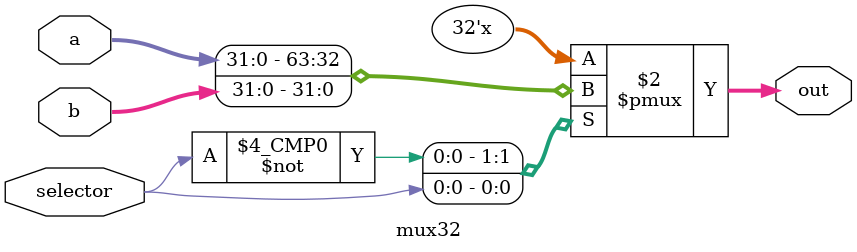
<source format=v>
module mux32(
    output reg [31:0] out,
    input wire [31:0] a,
    input wire [31:0] b,
    input wire selector
);
     always @(*) begin
        case (selector)
            1'b0: out = a; 
            1'b1: out = b;
        endcase
    end
endmodule
</source>
